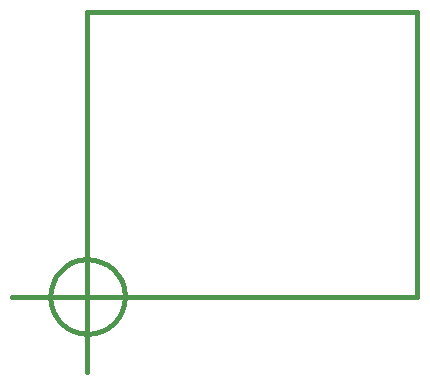
<source format=gbo>
G04 (created by PCBNEW-RS274X (2012-01-19 BZR 3256)-stable) date 07/08/2012 22:35:22*
G01*
G70*
G90*
%MOIN*%
G04 Gerber Fmt 3.4, Leading zero omitted, Abs format*
%FSLAX34Y34*%
G04 APERTURE LIST*
%ADD10C,0.006000*%
%ADD11C,0.015000*%
G04 APERTURE END LIST*
G54D10*
G54D11*
X31250Y-24500D02*
X31226Y-24742D01*
X31155Y-24976D01*
X31041Y-25191D01*
X30886Y-25380D01*
X30698Y-25536D01*
X30484Y-25652D01*
X30251Y-25724D01*
X30008Y-25749D01*
X29766Y-25727D01*
X29532Y-25658D01*
X29316Y-25545D01*
X29126Y-25393D01*
X28969Y-25206D01*
X28852Y-24992D01*
X28778Y-24759D01*
X28751Y-24517D01*
X28771Y-24275D01*
X28838Y-24040D01*
X28950Y-23823D01*
X29101Y-23632D01*
X29287Y-23474D01*
X29500Y-23355D01*
X29732Y-23280D01*
X29974Y-23251D01*
X30217Y-23269D01*
X30452Y-23335D01*
X30669Y-23445D01*
X30862Y-23595D01*
X31021Y-23780D01*
X31141Y-23992D01*
X31218Y-24224D01*
X31249Y-24466D01*
X31250Y-24500D01*
X27500Y-24500D02*
X32500Y-24500D01*
X30000Y-22000D02*
X30000Y-27000D01*
X30000Y-15000D02*
X40000Y-15000D01*
X40000Y-15000D02*
X41000Y-15000D01*
X41000Y-15000D02*
X41000Y-24500D01*
X41000Y-24500D02*
X40000Y-24500D01*
X30000Y-24500D02*
X30000Y-15000D01*
X40000Y-24500D02*
X30000Y-24500D01*
M02*

</source>
